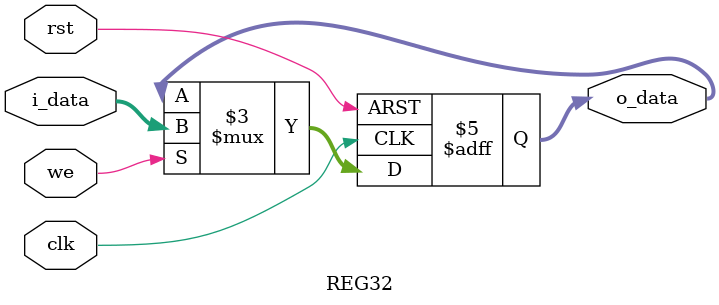
<source format=v>
`timescale 1ns / 1ps
module REG32(input clk,
			 input rst,
			 input we,
			 input wire[31:0] i_data,
			 output reg [31:0] o_data
    );
			
	always @(posedge clk or posedge rst) begin
		if (rst)
			o_data <= 32'h0;
		else if (we)
			o_data <= i_data;
		else
			o_data <= o_data;
	end

endmodule

</source>
